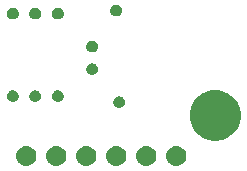
<source format=gbs>
G04 #@! TF.GenerationSoftware,KiCad,Pcbnew,5.0.2+dfsg1-1~bpo9+1*
G04 #@! TF.CreationDate,2020-04-14T03:04:13-04:00*
G04 #@! TF.ProjectId,accel,61636365-6c2e-46b6-9963-61645f706362,0.10.a*
G04 #@! TF.SameCoordinates,Original*
G04 #@! TF.FileFunction,Soldermask,Bot*
G04 #@! TF.FilePolarity,Negative*
%FSLAX46Y46*%
G04 Gerber Fmt 4.6, Leading zero omitted, Abs format (unit mm)*
G04 Created by KiCad (PCBNEW 5.0.2+dfsg1-1~bpo9+1) date Tue 14 Apr 2020 03:04:13 AM EDT*
%MOMM*%
%LPD*%
G01*
G04 APERTURE LIST*
%ADD10C,0.150000*%
G04 APERTURE END LIST*
D10*
G36*
X38266630Y-68377299D02*
X38426855Y-68425903D01*
X38574520Y-68504831D01*
X38703949Y-68611051D01*
X38810169Y-68740480D01*
X38889097Y-68888145D01*
X38937701Y-69048370D01*
X38954112Y-69215000D01*
X38937701Y-69381630D01*
X38889097Y-69541855D01*
X38810169Y-69689520D01*
X38703949Y-69818949D01*
X38574520Y-69925169D01*
X38426855Y-70004097D01*
X38266630Y-70052701D01*
X38141752Y-70065000D01*
X38058248Y-70065000D01*
X37933370Y-70052701D01*
X37773145Y-70004097D01*
X37625480Y-69925169D01*
X37496051Y-69818949D01*
X37389831Y-69689520D01*
X37310903Y-69541855D01*
X37262299Y-69381630D01*
X37245888Y-69215000D01*
X37262299Y-69048370D01*
X37310903Y-68888145D01*
X37389831Y-68740480D01*
X37496051Y-68611051D01*
X37625480Y-68504831D01*
X37773145Y-68425903D01*
X37933370Y-68377299D01*
X38058248Y-68365000D01*
X38141752Y-68365000D01*
X38266630Y-68377299D01*
X38266630Y-68377299D01*
G37*
G36*
X40806630Y-68377299D02*
X40966855Y-68425903D01*
X41114520Y-68504831D01*
X41243949Y-68611051D01*
X41350169Y-68740480D01*
X41429097Y-68888145D01*
X41477701Y-69048370D01*
X41494112Y-69215000D01*
X41477701Y-69381630D01*
X41429097Y-69541855D01*
X41350169Y-69689520D01*
X41243949Y-69818949D01*
X41114520Y-69925169D01*
X40966855Y-70004097D01*
X40806630Y-70052701D01*
X40681752Y-70065000D01*
X40598248Y-70065000D01*
X40473370Y-70052701D01*
X40313145Y-70004097D01*
X40165480Y-69925169D01*
X40036051Y-69818949D01*
X39929831Y-69689520D01*
X39850903Y-69541855D01*
X39802299Y-69381630D01*
X39785888Y-69215000D01*
X39802299Y-69048370D01*
X39850903Y-68888145D01*
X39929831Y-68740480D01*
X40036051Y-68611051D01*
X40165480Y-68504831D01*
X40313145Y-68425903D01*
X40473370Y-68377299D01*
X40598248Y-68365000D01*
X40681752Y-68365000D01*
X40806630Y-68377299D01*
X40806630Y-68377299D01*
G37*
G36*
X43346630Y-68377299D02*
X43506855Y-68425903D01*
X43654520Y-68504831D01*
X43783949Y-68611051D01*
X43890169Y-68740480D01*
X43969097Y-68888145D01*
X44017701Y-69048370D01*
X44034112Y-69215000D01*
X44017701Y-69381630D01*
X43969097Y-69541855D01*
X43890169Y-69689520D01*
X43783949Y-69818949D01*
X43654520Y-69925169D01*
X43506855Y-70004097D01*
X43346630Y-70052701D01*
X43221752Y-70065000D01*
X43138248Y-70065000D01*
X43013370Y-70052701D01*
X42853145Y-70004097D01*
X42705480Y-69925169D01*
X42576051Y-69818949D01*
X42469831Y-69689520D01*
X42390903Y-69541855D01*
X42342299Y-69381630D01*
X42325888Y-69215000D01*
X42342299Y-69048370D01*
X42390903Y-68888145D01*
X42469831Y-68740480D01*
X42576051Y-68611051D01*
X42705480Y-68504831D01*
X42853145Y-68425903D01*
X43013370Y-68377299D01*
X43138248Y-68365000D01*
X43221752Y-68365000D01*
X43346630Y-68377299D01*
X43346630Y-68377299D01*
G37*
G36*
X45886630Y-68377299D02*
X46046855Y-68425903D01*
X46194520Y-68504831D01*
X46323949Y-68611051D01*
X46430169Y-68740480D01*
X46509097Y-68888145D01*
X46557701Y-69048370D01*
X46574112Y-69215000D01*
X46557701Y-69381630D01*
X46509097Y-69541855D01*
X46430169Y-69689520D01*
X46323949Y-69818949D01*
X46194520Y-69925169D01*
X46046855Y-70004097D01*
X45886630Y-70052701D01*
X45761752Y-70065000D01*
X45678248Y-70065000D01*
X45553370Y-70052701D01*
X45393145Y-70004097D01*
X45245480Y-69925169D01*
X45116051Y-69818949D01*
X45009831Y-69689520D01*
X44930903Y-69541855D01*
X44882299Y-69381630D01*
X44865888Y-69215000D01*
X44882299Y-69048370D01*
X44930903Y-68888145D01*
X45009831Y-68740480D01*
X45116051Y-68611051D01*
X45245480Y-68504831D01*
X45393145Y-68425903D01*
X45553370Y-68377299D01*
X45678248Y-68365000D01*
X45761752Y-68365000D01*
X45886630Y-68377299D01*
X45886630Y-68377299D01*
G37*
G36*
X35726630Y-68377299D02*
X35886855Y-68425903D01*
X36034520Y-68504831D01*
X36163949Y-68611051D01*
X36270169Y-68740480D01*
X36349097Y-68888145D01*
X36397701Y-69048370D01*
X36414112Y-69215000D01*
X36397701Y-69381630D01*
X36349097Y-69541855D01*
X36270169Y-69689520D01*
X36163949Y-69818949D01*
X36034520Y-69925169D01*
X35886855Y-70004097D01*
X35726630Y-70052701D01*
X35601752Y-70065000D01*
X35518248Y-70065000D01*
X35393370Y-70052701D01*
X35233145Y-70004097D01*
X35085480Y-69925169D01*
X34956051Y-69818949D01*
X34849831Y-69689520D01*
X34770903Y-69541855D01*
X34722299Y-69381630D01*
X34705888Y-69215000D01*
X34722299Y-69048370D01*
X34770903Y-68888145D01*
X34849831Y-68740480D01*
X34956051Y-68611051D01*
X35085480Y-68504831D01*
X35233145Y-68425903D01*
X35393370Y-68377299D01*
X35518248Y-68365000D01*
X35601752Y-68365000D01*
X35726630Y-68377299D01*
X35726630Y-68377299D01*
G37*
G36*
X33186630Y-68377299D02*
X33346855Y-68425903D01*
X33494520Y-68504831D01*
X33623949Y-68611051D01*
X33730169Y-68740480D01*
X33809097Y-68888145D01*
X33857701Y-69048370D01*
X33874112Y-69215000D01*
X33857701Y-69381630D01*
X33809097Y-69541855D01*
X33730169Y-69689520D01*
X33623949Y-69818949D01*
X33494520Y-69925169D01*
X33346855Y-70004097D01*
X33186630Y-70052701D01*
X33061752Y-70065000D01*
X32978248Y-70065000D01*
X32853370Y-70052701D01*
X32693145Y-70004097D01*
X32545480Y-69925169D01*
X32416051Y-69818949D01*
X32309831Y-69689520D01*
X32230903Y-69541855D01*
X32182299Y-69381630D01*
X32165888Y-69215000D01*
X32182299Y-69048370D01*
X32230903Y-68888145D01*
X32309831Y-68740480D01*
X32416051Y-68611051D01*
X32545480Y-68504831D01*
X32693145Y-68425903D01*
X32853370Y-68377299D01*
X32978248Y-68365000D01*
X33061752Y-68365000D01*
X33186630Y-68377299D01*
X33186630Y-68377299D01*
G37*
G36*
X49265098Y-63642234D02*
X49649132Y-63718623D01*
X49796671Y-63779736D01*
X50040406Y-63880694D01*
X50392548Y-64115988D01*
X50692012Y-64415452D01*
X50927306Y-64767594D01*
X50955337Y-64835267D01*
X51079808Y-65135766D01*
X51089377Y-65158869D01*
X51172000Y-65574242D01*
X51172000Y-65997758D01*
X51089377Y-66413131D01*
X50927306Y-66804406D01*
X50692012Y-67156548D01*
X50392548Y-67456012D01*
X50040406Y-67691306D01*
X49811203Y-67786245D01*
X49649132Y-67853377D01*
X49441445Y-67894688D01*
X49233758Y-67936000D01*
X48810242Y-67936000D01*
X48602555Y-67894688D01*
X48394868Y-67853377D01*
X48232797Y-67786245D01*
X48003594Y-67691306D01*
X47651452Y-67456012D01*
X47351988Y-67156548D01*
X47116694Y-66804406D01*
X46954623Y-66413131D01*
X46872000Y-65997758D01*
X46872000Y-65574242D01*
X46954623Y-65158869D01*
X46964193Y-65135766D01*
X47088663Y-64835267D01*
X47116694Y-64767594D01*
X47351988Y-64415452D01*
X47651452Y-64115988D01*
X48003594Y-63880694D01*
X48247329Y-63779736D01*
X48394868Y-63718623D01*
X48778902Y-63642234D01*
X48810242Y-63636000D01*
X49233758Y-63636000D01*
X49265098Y-63642234D01*
X49265098Y-63642234D01*
G37*
G36*
X40992015Y-64150234D02*
X41086268Y-64178825D01*
X41132697Y-64203643D01*
X41173129Y-64225254D01*
X41173131Y-64225255D01*
X41173130Y-64225255D01*
X41249264Y-64287736D01*
X41311745Y-64363870D01*
X41358175Y-64450732D01*
X41386766Y-64544985D01*
X41396419Y-64643000D01*
X41386766Y-64741015D01*
X41358175Y-64835268D01*
X41333357Y-64881697D01*
X41311746Y-64922129D01*
X41249264Y-64998264D01*
X41173129Y-65060746D01*
X41132697Y-65082357D01*
X41086268Y-65107175D01*
X40992015Y-65135766D01*
X40918564Y-65143000D01*
X40869436Y-65143000D01*
X40795985Y-65135766D01*
X40701732Y-65107175D01*
X40655303Y-65082357D01*
X40614871Y-65060746D01*
X40538736Y-64998264D01*
X40476254Y-64922129D01*
X40454643Y-64881697D01*
X40429825Y-64835268D01*
X40401234Y-64741015D01*
X40391581Y-64643000D01*
X40401234Y-64544985D01*
X40429825Y-64450732D01*
X40476255Y-64363870D01*
X40538736Y-64287736D01*
X40614870Y-64225255D01*
X40614869Y-64225255D01*
X40614871Y-64225254D01*
X40655303Y-64203643D01*
X40701732Y-64178825D01*
X40795985Y-64150234D01*
X40869436Y-64143000D01*
X40918564Y-64143000D01*
X40992015Y-64150234D01*
X40992015Y-64150234D01*
G37*
G36*
X35785015Y-63642234D02*
X35879268Y-63670825D01*
X35925697Y-63695643D01*
X35966129Y-63717254D01*
X35966131Y-63717255D01*
X35966130Y-63717255D01*
X36042264Y-63779736D01*
X36104745Y-63855870D01*
X36151175Y-63942732D01*
X36179766Y-64036985D01*
X36189419Y-64135000D01*
X36179766Y-64233015D01*
X36151175Y-64327268D01*
X36131610Y-64363870D01*
X36104746Y-64414129D01*
X36042264Y-64490264D01*
X35966129Y-64552746D01*
X35925697Y-64574357D01*
X35879268Y-64599175D01*
X35785015Y-64627766D01*
X35711564Y-64635000D01*
X35662436Y-64635000D01*
X35588985Y-64627766D01*
X35494732Y-64599175D01*
X35448303Y-64574357D01*
X35407871Y-64552746D01*
X35331736Y-64490264D01*
X35269254Y-64414129D01*
X35242390Y-64363870D01*
X35222825Y-64327268D01*
X35194234Y-64233015D01*
X35184581Y-64135000D01*
X35194234Y-64036985D01*
X35222825Y-63942732D01*
X35269255Y-63855870D01*
X35331736Y-63779736D01*
X35407870Y-63717255D01*
X35407869Y-63717255D01*
X35407871Y-63717254D01*
X35448303Y-63695643D01*
X35494732Y-63670825D01*
X35588985Y-63642234D01*
X35662436Y-63635000D01*
X35711564Y-63635000D01*
X35785015Y-63642234D01*
X35785015Y-63642234D01*
G37*
G36*
X33880015Y-63642234D02*
X33974268Y-63670825D01*
X34020697Y-63695643D01*
X34061129Y-63717254D01*
X34061131Y-63717255D01*
X34061130Y-63717255D01*
X34137264Y-63779736D01*
X34199745Y-63855870D01*
X34246175Y-63942732D01*
X34274766Y-64036985D01*
X34284419Y-64135000D01*
X34274766Y-64233015D01*
X34246175Y-64327268D01*
X34226610Y-64363870D01*
X34199746Y-64414129D01*
X34137264Y-64490264D01*
X34061129Y-64552746D01*
X34020697Y-64574357D01*
X33974268Y-64599175D01*
X33880015Y-64627766D01*
X33806564Y-64635000D01*
X33757436Y-64635000D01*
X33683985Y-64627766D01*
X33589732Y-64599175D01*
X33543303Y-64574357D01*
X33502871Y-64552746D01*
X33426736Y-64490264D01*
X33364254Y-64414129D01*
X33337390Y-64363870D01*
X33317825Y-64327268D01*
X33289234Y-64233015D01*
X33279581Y-64135000D01*
X33289234Y-64036985D01*
X33317825Y-63942732D01*
X33364255Y-63855870D01*
X33426736Y-63779736D01*
X33502870Y-63717255D01*
X33502869Y-63717255D01*
X33502871Y-63717254D01*
X33543303Y-63695643D01*
X33589732Y-63670825D01*
X33683985Y-63642234D01*
X33757436Y-63635000D01*
X33806564Y-63635000D01*
X33880015Y-63642234D01*
X33880015Y-63642234D01*
G37*
G36*
X31975015Y-63642234D02*
X32069268Y-63670825D01*
X32115697Y-63695643D01*
X32156129Y-63717254D01*
X32156131Y-63717255D01*
X32156130Y-63717255D01*
X32232264Y-63779736D01*
X32294745Y-63855870D01*
X32341175Y-63942732D01*
X32369766Y-64036985D01*
X32379419Y-64135000D01*
X32369766Y-64233015D01*
X32341175Y-64327268D01*
X32321610Y-64363870D01*
X32294746Y-64414129D01*
X32232264Y-64490264D01*
X32156129Y-64552746D01*
X32115697Y-64574357D01*
X32069268Y-64599175D01*
X31975015Y-64627766D01*
X31901564Y-64635000D01*
X31852436Y-64635000D01*
X31778985Y-64627766D01*
X31684732Y-64599175D01*
X31638303Y-64574357D01*
X31597871Y-64552746D01*
X31521736Y-64490264D01*
X31459254Y-64414129D01*
X31432390Y-64363870D01*
X31412825Y-64327268D01*
X31384234Y-64233015D01*
X31374581Y-64135000D01*
X31384234Y-64036985D01*
X31412825Y-63942732D01*
X31459255Y-63855870D01*
X31521736Y-63779736D01*
X31597870Y-63717255D01*
X31597869Y-63717255D01*
X31597871Y-63717254D01*
X31638303Y-63695643D01*
X31684732Y-63670825D01*
X31778985Y-63642234D01*
X31852436Y-63635000D01*
X31901564Y-63635000D01*
X31975015Y-63642234D01*
X31975015Y-63642234D01*
G37*
G36*
X38706015Y-61356234D02*
X38800268Y-61384825D01*
X38846697Y-61409643D01*
X38887129Y-61431254D01*
X38887131Y-61431255D01*
X38887130Y-61431255D01*
X38963264Y-61493736D01*
X39025745Y-61569870D01*
X39072175Y-61656732D01*
X39100766Y-61750985D01*
X39110419Y-61849000D01*
X39100766Y-61947015D01*
X39072175Y-62041268D01*
X39047357Y-62087697D01*
X39025746Y-62128129D01*
X38963264Y-62204264D01*
X38887129Y-62266746D01*
X38846697Y-62288357D01*
X38800268Y-62313175D01*
X38706015Y-62341766D01*
X38632564Y-62349000D01*
X38583436Y-62349000D01*
X38509985Y-62341766D01*
X38415732Y-62313175D01*
X38369303Y-62288357D01*
X38328871Y-62266746D01*
X38252736Y-62204264D01*
X38190254Y-62128129D01*
X38168643Y-62087697D01*
X38143825Y-62041268D01*
X38115234Y-61947015D01*
X38105581Y-61849000D01*
X38115234Y-61750985D01*
X38143825Y-61656732D01*
X38190255Y-61569870D01*
X38252736Y-61493736D01*
X38328870Y-61431255D01*
X38328869Y-61431255D01*
X38328871Y-61431254D01*
X38369303Y-61409643D01*
X38415732Y-61384825D01*
X38509985Y-61356234D01*
X38583436Y-61349000D01*
X38632564Y-61349000D01*
X38706015Y-61356234D01*
X38706015Y-61356234D01*
G37*
G36*
X38706015Y-59451234D02*
X38800268Y-59479825D01*
X38846697Y-59504643D01*
X38887129Y-59526254D01*
X38887131Y-59526255D01*
X38887130Y-59526255D01*
X38963264Y-59588736D01*
X39025745Y-59664870D01*
X39072175Y-59751732D01*
X39100766Y-59845985D01*
X39110419Y-59944000D01*
X39100766Y-60042015D01*
X39072175Y-60136268D01*
X39047357Y-60182697D01*
X39025746Y-60223129D01*
X38963264Y-60299264D01*
X38887129Y-60361746D01*
X38846697Y-60383357D01*
X38800268Y-60408175D01*
X38706015Y-60436766D01*
X38632564Y-60444000D01*
X38583436Y-60444000D01*
X38509985Y-60436766D01*
X38415732Y-60408175D01*
X38369303Y-60383357D01*
X38328871Y-60361746D01*
X38252736Y-60299264D01*
X38190254Y-60223129D01*
X38168643Y-60182697D01*
X38143825Y-60136268D01*
X38115234Y-60042015D01*
X38105581Y-59944000D01*
X38115234Y-59845985D01*
X38143825Y-59751732D01*
X38190255Y-59664870D01*
X38252736Y-59588736D01*
X38328870Y-59526255D01*
X38328869Y-59526255D01*
X38328871Y-59526254D01*
X38369303Y-59504643D01*
X38415732Y-59479825D01*
X38509985Y-59451234D01*
X38583436Y-59444000D01*
X38632564Y-59444000D01*
X38706015Y-59451234D01*
X38706015Y-59451234D01*
G37*
G36*
X35785015Y-56657234D02*
X35879268Y-56685825D01*
X35925697Y-56710643D01*
X35966129Y-56732254D01*
X35966131Y-56732255D01*
X35966130Y-56732255D01*
X36042264Y-56794736D01*
X36104745Y-56870870D01*
X36151175Y-56957732D01*
X36179766Y-57051985D01*
X36189419Y-57150000D01*
X36179766Y-57248015D01*
X36151175Y-57342268D01*
X36141603Y-57360175D01*
X36104746Y-57429129D01*
X36042264Y-57505264D01*
X35966129Y-57567746D01*
X35925697Y-57589357D01*
X35879268Y-57614175D01*
X35785015Y-57642766D01*
X35711564Y-57650000D01*
X35662436Y-57650000D01*
X35588985Y-57642766D01*
X35494732Y-57614175D01*
X35448303Y-57589357D01*
X35407871Y-57567746D01*
X35331736Y-57505264D01*
X35269254Y-57429129D01*
X35232397Y-57360175D01*
X35222825Y-57342268D01*
X35194234Y-57248015D01*
X35184581Y-57150000D01*
X35194234Y-57051985D01*
X35222825Y-56957732D01*
X35269255Y-56870870D01*
X35331736Y-56794736D01*
X35407870Y-56732255D01*
X35407869Y-56732255D01*
X35407871Y-56732254D01*
X35448303Y-56710643D01*
X35494732Y-56685825D01*
X35588985Y-56657234D01*
X35662436Y-56650000D01*
X35711564Y-56650000D01*
X35785015Y-56657234D01*
X35785015Y-56657234D01*
G37*
G36*
X31975015Y-56657234D02*
X32069268Y-56685825D01*
X32115697Y-56710643D01*
X32156129Y-56732254D01*
X32156131Y-56732255D01*
X32156130Y-56732255D01*
X32232264Y-56794736D01*
X32294745Y-56870870D01*
X32341175Y-56957732D01*
X32369766Y-57051985D01*
X32379419Y-57150000D01*
X32369766Y-57248015D01*
X32341175Y-57342268D01*
X32331603Y-57360175D01*
X32294746Y-57429129D01*
X32232264Y-57505264D01*
X32156129Y-57567746D01*
X32115697Y-57589357D01*
X32069268Y-57614175D01*
X31975015Y-57642766D01*
X31901564Y-57650000D01*
X31852436Y-57650000D01*
X31778985Y-57642766D01*
X31684732Y-57614175D01*
X31638303Y-57589357D01*
X31597871Y-57567746D01*
X31521736Y-57505264D01*
X31459254Y-57429129D01*
X31422397Y-57360175D01*
X31412825Y-57342268D01*
X31384234Y-57248015D01*
X31374581Y-57150000D01*
X31384234Y-57051985D01*
X31412825Y-56957732D01*
X31459255Y-56870870D01*
X31521736Y-56794736D01*
X31597870Y-56732255D01*
X31597869Y-56732255D01*
X31597871Y-56732254D01*
X31638303Y-56710643D01*
X31684732Y-56685825D01*
X31778985Y-56657234D01*
X31852436Y-56650000D01*
X31901564Y-56650000D01*
X31975015Y-56657234D01*
X31975015Y-56657234D01*
G37*
G36*
X33880015Y-56657234D02*
X33974268Y-56685825D01*
X34020697Y-56710643D01*
X34061129Y-56732254D01*
X34061131Y-56732255D01*
X34061130Y-56732255D01*
X34137264Y-56794736D01*
X34199745Y-56870870D01*
X34246175Y-56957732D01*
X34274766Y-57051985D01*
X34284419Y-57150000D01*
X34274766Y-57248015D01*
X34246175Y-57342268D01*
X34236603Y-57360175D01*
X34199746Y-57429129D01*
X34137264Y-57505264D01*
X34061129Y-57567746D01*
X34020697Y-57589357D01*
X33974268Y-57614175D01*
X33880015Y-57642766D01*
X33806564Y-57650000D01*
X33757436Y-57650000D01*
X33683985Y-57642766D01*
X33589732Y-57614175D01*
X33543303Y-57589357D01*
X33502871Y-57567746D01*
X33426736Y-57505264D01*
X33364254Y-57429129D01*
X33327397Y-57360175D01*
X33317825Y-57342268D01*
X33289234Y-57248015D01*
X33279581Y-57150000D01*
X33289234Y-57051985D01*
X33317825Y-56957732D01*
X33364255Y-56870870D01*
X33426736Y-56794736D01*
X33502870Y-56732255D01*
X33502869Y-56732255D01*
X33502871Y-56732254D01*
X33543303Y-56710643D01*
X33589732Y-56685825D01*
X33683985Y-56657234D01*
X33757436Y-56650000D01*
X33806564Y-56650000D01*
X33880015Y-56657234D01*
X33880015Y-56657234D01*
G37*
G36*
X40738015Y-56403234D02*
X40832268Y-56431825D01*
X40878697Y-56456643D01*
X40919129Y-56478254D01*
X40919131Y-56478255D01*
X40919130Y-56478255D01*
X40995264Y-56540736D01*
X41057745Y-56616870D01*
X41104175Y-56703732D01*
X41132766Y-56797985D01*
X41142419Y-56896000D01*
X41132766Y-56994015D01*
X41104175Y-57088268D01*
X41079357Y-57134697D01*
X41057746Y-57175129D01*
X40995264Y-57251264D01*
X40919129Y-57313746D01*
X40878697Y-57335357D01*
X40832268Y-57360175D01*
X40738015Y-57388766D01*
X40664564Y-57396000D01*
X40615436Y-57396000D01*
X40541985Y-57388766D01*
X40447732Y-57360175D01*
X40401303Y-57335357D01*
X40360871Y-57313746D01*
X40284736Y-57251264D01*
X40222254Y-57175129D01*
X40200643Y-57134697D01*
X40175825Y-57088268D01*
X40147234Y-56994015D01*
X40137581Y-56896000D01*
X40147234Y-56797985D01*
X40175825Y-56703732D01*
X40222255Y-56616870D01*
X40284736Y-56540736D01*
X40360870Y-56478255D01*
X40360869Y-56478255D01*
X40360871Y-56478254D01*
X40401303Y-56456643D01*
X40447732Y-56431825D01*
X40541985Y-56403234D01*
X40615436Y-56396000D01*
X40664564Y-56396000D01*
X40738015Y-56403234D01*
X40738015Y-56403234D01*
G37*
M02*

</source>
